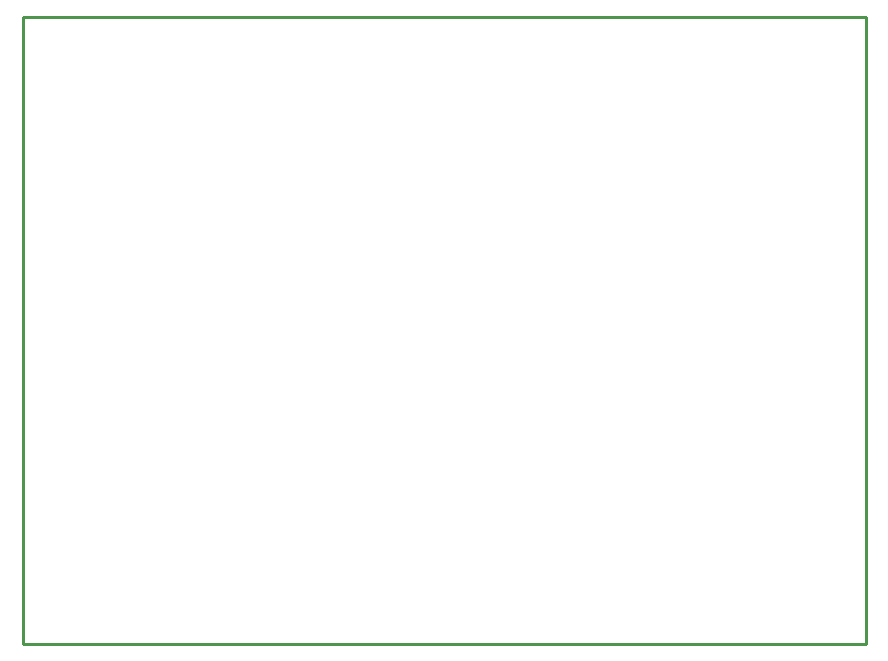
<source format=gko>
G04 Layer: BoardOutlineLayer*
G04 EasyEDA Pro v2.2.35.2, 2025-01-23 15:21:14*
G04 Gerber Generator version 0.3*
G04 Scale: 100 percent, Rotated: No, Reflected: No*
G04 Dimensions in millimeters*
G04 Leading zeros omitted, absolute positions, 4 integers and 5 decimals*
%FSLAX45Y45*%
%MOMM*%
%ADD10C,0.254*%
G75*


G04 Rect Start*
G54D10*
G01X0Y-5283200D02*
G01X0Y25400D01*
G01X7137400Y25400D01*
G01X7137400Y-5283200D01*
G01X0Y-5283200D01*
G04 Rect End*

M02*


</source>
